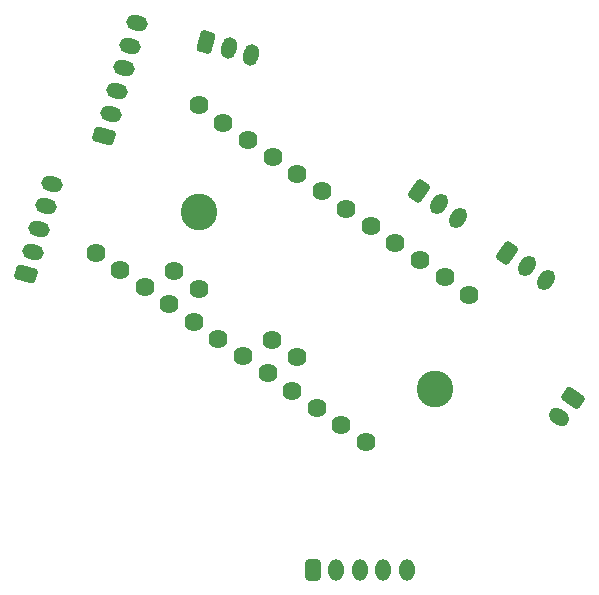
<source format=gbr>
%TF.GenerationSoftware,KiCad,Pcbnew,(6.0.9)*%
%TF.CreationDate,2023-01-28T00:17:32-09:00*%
%TF.ProjectId,HOTAS_Throttle Inner Grip,484f5441-535f-4546-9872-6f74746c6520,rev?*%
%TF.SameCoordinates,Original*%
%TF.FileFunction,Soldermask,Bot*%
%TF.FilePolarity,Negative*%
%FSLAX46Y46*%
G04 Gerber Fmt 4.6, Leading zero omitted, Abs format (unit mm)*
G04 Created by KiCad (PCBNEW (6.0.9)) date 2023-01-28 00:17:32*
%MOMM*%
%LPD*%
G01*
G04 APERTURE LIST*
G04 Aperture macros list*
%AMRoundRect*
0 Rectangle with rounded corners*
0 $1 Rounding radius*
0 $2 $3 $4 $5 $6 $7 $8 $9 X,Y pos of 4 corners*
0 Add a 4 corners polygon primitive as box body*
4,1,4,$2,$3,$4,$5,$6,$7,$8,$9,$2,$3,0*
0 Add four circle primitives for the rounded corners*
1,1,$1+$1,$2,$3*
1,1,$1+$1,$4,$5*
1,1,$1+$1,$6,$7*
1,1,$1+$1,$8,$9*
0 Add four rect primitives between the rounded corners*
20,1,$1+$1,$2,$3,$4,$5,0*
20,1,$1+$1,$4,$5,$6,$7,0*
20,1,$1+$1,$6,$7,$8,$9,0*
20,1,$1+$1,$8,$9,$2,$3,0*%
%AMHorizOval*
0 Thick line with rounded ends*
0 $1 width*
0 $2 $3 position (X,Y) of the first rounded end (center of the circle)*
0 $4 $5 position (X,Y) of the second rounded end (center of the circle)*
0 Add line between two ends*
20,1,$1,$2,$3,$4,$5,0*
0 Add two circle primitives to create the rounded ends*
1,1,$1,$2,$3*
1,1,$1,$4,$5*%
G04 Aperture macros list end*
%ADD10C,1.624000*%
%ADD11HorizOval,1.300000X-0.264347X0.075800X0.264347X-0.075800X0*%
%ADD12RoundRect,0.299999X0.504316X-0.508716X0.697263X0.164169X-0.504316X0.508716X-0.697263X-0.164169X0*%
%ADD13HorizOval,1.300000X-0.157734X-0.225267X0.157734X0.225267X0*%
%ADD14RoundRect,0.299999X-0.645190X-0.311219X-0.071782X-0.712723X0.645190X0.311219X0.071782X0.712723X0*%
%ADD15HorizOval,1.300000X-0.075800X-0.264347X0.075800X0.264347X0*%
%ADD16RoundRect,0.299999X-0.508716X-0.504316X0.164169X-0.697263X0.508716X0.504316X-0.164169X0.697263X0*%
%ADD17O,1.300000X1.850000*%
%ADD18RoundRect,0.299999X-0.350001X-0.625001X0.350001X-0.625001X0.350001X0.625001X-0.350001X0.625001X0*%
%ADD19HorizOval,1.300000X-0.225267X0.157734X0.225267X-0.157734X0*%
%ADD20RoundRect,0.299999X-0.311219X0.645190X-0.712723X0.071782X0.311219X-0.645190X0.712723X-0.071782X0*%
%ADD21C,3.100000*%
G04 APERTURE END LIST*
D10*
%TO.C,U1*%
X93303586Y-114337408D03*
X91222939Y-112880524D03*
X84981001Y-108509872D03*
X82900355Y-107052987D03*
X99128963Y-121517149D03*
X97048317Y-120060265D03*
X94967671Y-118603381D03*
X92887024Y-117146497D03*
X90806378Y-115689612D03*
X88725732Y-114232728D03*
X86645086Y-112775844D03*
X84564440Y-111318960D03*
X82483793Y-109862076D03*
X80403147Y-108405192D03*
X78322501Y-106948307D03*
X76241855Y-105491423D03*
X84983160Y-93007546D03*
X87063806Y-94464430D03*
X89144452Y-95921314D03*
X91225098Y-97378199D03*
X93305745Y-98835083D03*
X95386391Y-100291967D03*
X97467037Y-101748851D03*
X99547683Y-103205735D03*
X101628329Y-104662619D03*
X103708976Y-106119503D03*
X105789622Y-107576388D03*
X107870268Y-109033272D03*
%TD*%
D11*
%TO.C,COM1*%
X79718374Y-86018383D03*
X79167099Y-87940906D03*
X78615824Y-89863430D03*
X78064549Y-91785953D03*
X77513275Y-93708477D03*
D12*
X76962000Y-95631000D03*
%TD*%
D13*
%TO.C,SPDBRK1*%
X114376208Y-107780506D03*
X112737904Y-106633353D03*
D14*
X111099600Y-105486200D03*
%TD*%
D15*
%TO.C,CM1*%
X89443047Y-88732549D03*
X87520523Y-88181275D03*
D16*
X85598000Y-87630000D03*
%TD*%
D11*
%TO.C,TDC/JOY1*%
X72563099Y-99624906D03*
X72011824Y-101547430D03*
X71460549Y-103469953D03*
X70909275Y-105392477D03*
D12*
X70358000Y-107315000D03*
%TD*%
D17*
%TO.C,J2/OUTPUT*%
X102615000Y-132334000D03*
X100615000Y-132334000D03*
X98615000Y-132334000D03*
X96615000Y-132334000D03*
D18*
X94615000Y-132334000D03*
%TD*%
D19*
%TO.C,CAGE1*%
X115515047Y-119418104D03*
D20*
X116662200Y-117779800D03*
%TD*%
D13*
%TO.C,ANT1*%
X106917560Y-102531539D03*
X105279256Y-101384386D03*
D14*
X103640952Y-100237233D03*
%TD*%
D21*
%TO.C,H1*%
X105000000Y-117000000D03*
%TD*%
%TO.C,H4*%
X85000000Y-102000000D03*
%TD*%
M02*

</source>
